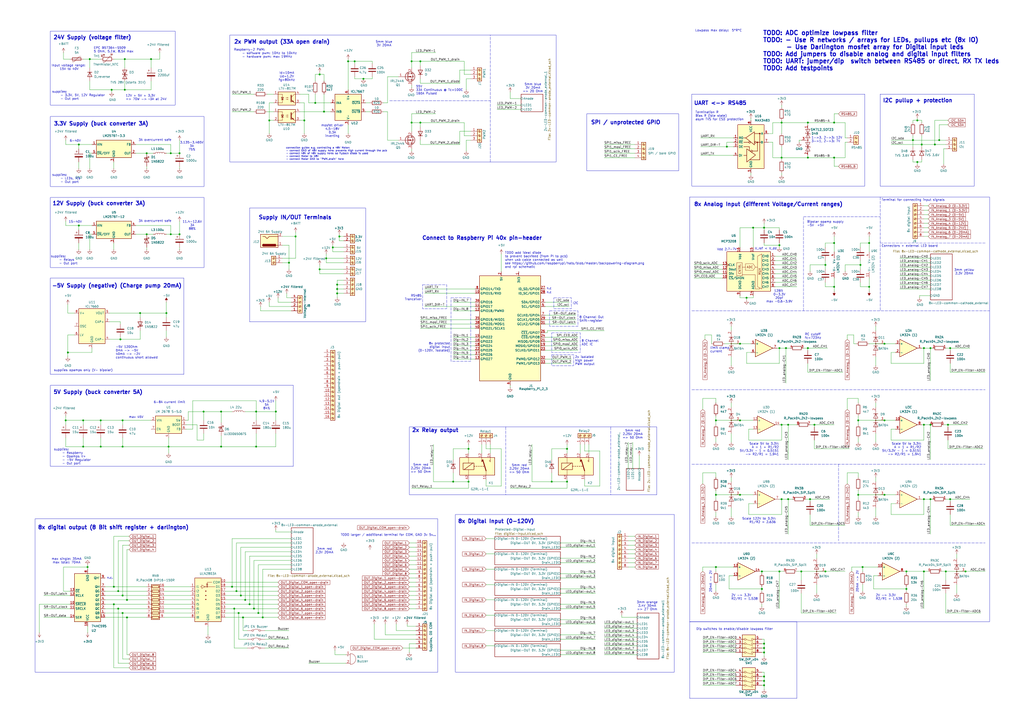
<source format=kicad_sch>
(kicad_sch
	(version 20231120)
	(generator "eeschema")
	(generator_version "8.0")
	(uuid "af4d11a6-73e1-4c39-a25e-5fe7dfa07237")
	(paper "A2")
	
	(junction
		(at 139.7 345.44)
		(diameter 0)
		(color 0 0 0 0)
		(uuid "01a8e618-7e14-4882-9136-a12536116a47")
	)
	(junction
		(at 48.26 259.08)
		(diameter 0)
		(color 0 0 0 0)
		(uuid "04e54955-95ed-4070-adbb-7cee1b2c7a8b")
	)
	(junction
		(at 135.89 353.06)
		(diameter 0)
		(color 0 0 0 0)
		(uuid "05eca1c0-0042-44d8-82a8-b1f48175c33d")
	)
	(junction
		(at 483.87 91.44)
		(diameter 0)
		(color 0 0 0 0)
		(uuid "06f335d7-63de-4572-a20a-022b6c7f93c9")
	)
	(junction
		(at 542.29 83.82)
		(diameter 0)
		(color 0 0 0 0)
		(uuid "072c8fc6-89d0-4715-8ea4-dd9134761f17")
	)
	(junction
		(at 529.59 81.28)
		(diameter 0)
		(color 0 0 0 0)
		(uuid "07823899-5798-4592-8eff-8b1fe5858f30")
	)
	(junction
		(at 210.82 45.72)
		(diameter 0)
		(color 0 0 0 0)
		(uuid "0c7b1ae2-c684-4906-92c2-8dfa0b9613b9")
	)
	(junction
		(at 182.88 59.69)
		(diameter 0)
		(color 0 0 0 0)
		(uuid "0eedc99b-ff42-4961-8286-6066dee5c8fe")
	)
	(junction
		(at 504.19 140.97)
		(diameter 0)
		(color 0 0 0 0)
		(uuid "0f3fa599-affa-44c6-8b85-24ce12db14ea")
	)
	(junction
		(at 66.04 340.36)
		(diameter 0)
		(color 0 0 0 0)
		(uuid "10026633-9ac7-4b72-aa53-10151f42da81")
	)
	(junction
		(at 71.12 243.84)
		(diameter 0)
		(color 0 0 0 0)
		(uuid "105d8991-ac05-4276-b194-5060bc474cf0")
	)
	(junction
		(at 176.53 69.85)
		(diameter 0)
		(color 0 0 0 0)
		(uuid "11580b8b-6675-41d3-b33d-e1ed958eda93")
	)
	(junction
		(at 152.4 358.14)
		(diameter 0)
		(color 0 0 0 0)
		(uuid "119c3b35-4b9f-4318-9220-02559deba15e")
	)
	(junction
		(at 185.42 43.18)
		(diameter 0)
		(color 0 0 0 0)
		(uuid "14ee932b-b4bf-415b-ab21-01e0b930417b")
	)
	(junction
		(at 513.08 243.84)
		(diameter 0)
		(color 0 0 0 0)
		(uuid "14fcd33f-6a27-4b5c-bd8a-16602ae94ce3")
	)
	(junction
		(at 39.37 204.47)
		(diameter 0)
		(color 0 0 0 0)
		(uuid "16107448-b037-4021-a9bb-1fb19d6f36c7")
	)
	(junction
		(at 468.63 71.12)
		(diameter 0)
		(color 0 0 0 0)
		(uuid "1827b75e-5515-4844-a399-117e6918fd73")
	)
	(junction
		(at 532.13 93.98)
		(diameter 0)
		(color 0 0 0 0)
		(uuid "1c476741-4a7f-44e7-a84a-5b0fc50d1df8")
	)
	(junction
		(at 72.39 52.07)
		(diameter 0)
		(color 0 0 0 0)
		(uuid "1ca1e8b3-a925-433d-8b97-4bcdb1b98a40")
	)
	(junction
		(at 483.87 166.37)
		(diameter 0)
		(color 0 0 0 0)
		(uuid "1f83392c-f6f4-4c47-92c7-6541609902a5")
	)
	(junction
		(at 504.19 166.37)
		(diameter 0)
		(color 0 0 0 0)
		(uuid "1ff1815a-ddb0-4907-bed1-18b8fe5665e3")
	)
	(junction
		(at 457.2 246.38)
		(diameter 0)
		(color 0 0 0 0)
		(uuid "209182a8-b4b9-40cd-b5b2-bd90b860e927")
	)
	(junction
		(at 271.78 260.35)
		(diameter 0)
		(color 0 0 0 0)
		(uuid "213f96fc-26d9-4cf1-83bd-f4336ef00b81")
	)
	(junction
		(at 320.04 279.4)
		(diameter 0)
		(color 0 0 0 0)
		(uuid "236f3f4e-76e9-4351-baf1-7665cdb427aa")
	)
	(junction
		(at 144.78 350.52)
		(diameter 0)
		(color 0 0 0 0)
		(uuid "24719f92-8210-4aa7-b4fb-885fcf560860")
	)
	(junction
		(at 128.27 238.76)
		(diameter 0)
		(color 0 0 0 0)
		(uuid "28045595-b22a-4b06-9953-9f52298bbfc3")
	)
	(junction
		(at 238.76 35.56)
		(diameter 0)
		(color 0 0 0 0)
		(uuid "2a544a35-89e9-4403-a76e-deca404b0df4")
	)
	(junction
		(at 453.39 71.12)
		(diameter 0)
		(color 0 0 0 0)
		(uuid "2d47b40e-d23f-458b-8bda-f40f4a63d16c")
	)
	(junction
		(at 457.2 289.56)
		(diameter 0)
		(color 0 0 0 0)
		(uuid "2ec783c1-8b84-46a4-83e0-9e6bdd9d83e1")
	)
	(junction
		(at 415.29 287.02)
		(diameter 0)
		(color 0 0 0 0)
		(uuid "2f3e2706-66a2-4ddc-84d7-d0f87e408bee")
	)
	(junction
		(at 429.26 199.39)
		(diameter 0)
		(color 0 0 0 0)
		(uuid "322a1d28-d972-4b68-a81b-9e541f249074")
	)
	(junction
		(at 52.07 34.29)
		(diameter 0)
		(color 0 0 0 0)
		(uuid "323916cf-5786-4346-bdcd-89c81cb32737")
	)
	(junction
		(at 171.45 137.16)
		(diameter 0)
		(color 0 0 0 0)
		(uuid "36c7ffc8-59d3-497b-8dce-a7b0d2f66aca")
	)
	(junction
		(at 185.42 156.21)
		(diameter 0)
		(color 0 0 0 0)
		(uuid "36d68065-ce7c-4d04-bfc0-73baed985380")
	)
	(junction
		(at 48.26 243.84)
		(diameter 0)
		(color 0 0 0 0)
		(uuid "383ef42e-22d7-43b3-89d3-2af42737728c")
	)
	(junction
		(at 535.94 246.38)
		(diameter 0)
		(color 0 0 0 0)
		(uuid "3ae78f7f-94a6-4485-a6b5-d7ce73e1abef")
	)
	(junction
		(at 513.08 199.39)
		(diameter 0)
		(color 0 0 0 0)
		(uuid "3b4b0fd5-c991-4a1b-b89c-c6b2bfe001ca")
	)
	(junction
		(at 50.8 328.93)
		(diameter 0)
		(color 0 0 0 0)
		(uuid "3c754c5e-b249-46c4-9d05-9f550316aca5")
	)
	(junction
		(at 196.85 137.16)
		(diameter 0)
		(color 0 0 0 0)
		(uuid "4165b357-897a-49f2-9ef7-d976d8e6b00f")
	)
	(junction
		(at 58.42 243.84)
		(diameter 0)
		(color 0 0 0 0)
		(uuid "422bc740-9691-4697-b466-286d91cb40aa")
	)
	(junction
		(at 443.23 132.08)
		(diameter 0)
		(color 0 0 0 0)
		(uuid "42f8f2a2-d4f1-4f85-a7f3-af76fd15f334")
	)
	(junction
		(at 81.28 181.61)
		(diameter 0)
		(color 0 0 0 0)
		(uuid "49b65474-3c4a-461b-8a68-40a6b20540ce")
	)
	(junction
		(at 535.94 201.93)
		(diameter 0)
		(color 0 0 0 0)
		(uuid "4c28afa4-cb18-4457-bfd3-5c53dabd8baa")
	)
	(junction
		(at 66.04 350.52)
		(diameter 0)
		(color 0 0 0 0)
		(uuid "4dd49bce-72c0-4885-aaa1-4fc2ceee5ed9")
	)
	(junction
		(at 433.07 172.72)
		(diameter 0)
		(color 0 0 0 0)
		(uuid "4e57230f-aabe-47d0-b863-f2adc3d1ffe4")
	)
	(junction
		(at 551.18 289.56)
		(diameter 0)
		(color 0 0 0 0)
		(uuid "5350fbf4-d95b-437a-9686-20f0bf58d3a4")
	)
	(junction
		(at 534.67 83.82)
		(diameter 0)
		(color 0 0 0 0)
		(uuid "53d66afe-70cb-456e-9b1b-03e37a30427c")
	)
	(junction
		(at 535.94 289.56)
		(diameter 0)
		(color 0 0 0 0)
		(uuid "5453c15f-3da7-498f-b4d4-eefd4a32800e")
	)
	(junction
		(at 71.12 259.08)
		(diameter 0)
		(color 0 0 0 0)
		(uuid "548e2dfb-04f2-4d21-ab49-d803782e4bea")
	)
	(junction
		(at 478.79 153.67)
		(diameter 0)
		(color 0 0 0 0)
		(uuid "55a82554-799d-4bb3-8181-718182c3900f")
	)
	(junction
		(at 497.84 243.84)
		(diameter 0)
		(color 0 0 0 0)
		(uuid "57a339c8-b411-45ff-a169-a3416d23d890")
	)
	(junction
		(at 328.93 279.4)
		(diameter 0)
		(color 0 0 0 0)
		(uuid "58641e9a-dfea-4a17-a599-d3f20704b922")
	)
	(junction
		(at 104.14 135.89)
		(diameter 0)
		(color 0 0 0 0)
		(uuid "5b0eb3d4-c4be-4d9b-9e7b-ef02c7a05fa6")
	)
	(junction
		(at 535.94 331.47)
		(diameter 0)
		(color 0 0 0 0)
		(uuid "5ebeab69-b597-43d2-ab3a-c72fec21131d")
	)
	(junction
		(at 500.38 328.93)
		(diameter 0)
		(color 0 0 0 0)
		(uuid "5fbe9979-8f7b-4932-9184-a4d03c15d4fe")
	)
	(junction
		(at 472.44 246.38)
		(diameter 0)
		(color 0 0 0 0)
		(uuid "5fd46808-879e-44b8-af18-96d3e87ab16f")
	)
	(junction
		(at 104.14 88.9)
		(diameter 0)
		(color 0 0 0 0)
		(uuid "6030d6cb-547f-4627-bb7a-29b5d50e2d7c")
	)
	(junction
		(at 532.13 69.85)
		(diameter 0)
		(color 0 0 0 0)
		(uuid "60649139-4bdd-472e-9af5-360b27505cfe")
	)
	(junction
		(at 45.72 83.82)
		(diameter 0)
		(color 0 0 0 0)
		(uuid "61300700-7a6f-4cf0-89e3-de24251aaf76")
	)
	(junction
		(at 525.78 331.47)
		(diameter 0)
		(color 0 0 0 0)
		(uuid "67352b46-f9e5-4f25-b773-3d42ff5e5699")
	)
	(junction
		(at 189.23 149.86)
		(diameter 0)
		(color 0 0 0 0)
		(uuid "6cf7d574-f4cc-4d2d-aaa4-333b42743989")
	)
	(junction
		(at 415.29 328.93)
		(diameter 0)
		(color 0 0 0 0)
		(uuid "6e2b59ba-643e-42d5-abe7-fae3afd30e18")
	)
	(junction
		(at 201.93 35.56)
		(diameter 0)
		(color 0 0 0 0)
		(uuid "6f8dae14-e5bb-4ed3-8136-992dd6b276bb")
	)
	(junction
		(at 436.88 132.08)
		(diameter 0)
		(color 0 0 0 0)
		(uuid "71c80c36-cea0-487c-bcb3-ac90e6cf6909")
	)
	(junction
		(at 99.06 135.89)
		(diameter 0)
		(color 0 0 0 0)
		(uuid "72aa6fa5-05f9-4fb4-9b06-f61f0b76719e")
	)
	(junction
		(at 497.84 287.02)
		(diameter 0)
		(color 0 0 0 0)
		(uuid "72cd6455-fb65-4b52-8421-80100f0ddc8f")
	)
	(junction
		(at 68.58 342.9)
		(diameter 0)
		(color 0 0 0 0)
		(uuid "751fb691-f4d4-4afb-8c99-237d44216e6a")
	)
	(junction
		(at 142.24 347.98)
		(diameter 0)
		(color 0 0 0 0)
		(uuid "75331210-328d-4b01-a051-ab734c1e4329")
	)
	(junction
		(at 160.02 238.76)
		(diameter 0)
		(color 0 0 0 0)
		(uuid "75c001cd-17a9-469a-b125-e6fab77c80b6")
	)
	(junction
		(at 452.12 142.24)
		(diameter 0)
		(color 0 0 0 0)
		(uuid "7b6a19d9-d84c-4ace-9ad2-e52657e5669a")
	)
	(junction
		(at 539.75 201.93)
		(diameter 0)
		(color 0 0 0 0)
		(uuid "7c4690e7-c7bf-4226-a178-dc9e53dc51ed")
	)
	(junction
		(at 96.52 181.61)
		(diameter 0)
		(color 0 0 0 0)
		(uuid "7e3134f9-4b48-4e64-b337-949ca5145048")
	)
	(junction
		(at 167.64 152.4)
		(diameter 0)
		(color 0 0 0 0)
		(uuid "7e34b571-ccc5-431c-9beb-4c51058dace2")
	)
	(junction
		(at 441.96 331.47)
		(diameter 0)
		(color 0 0 0 0)
		(uuid "7eee6ae0-e862-4cf5-a20a-077da3b5824a")
	)
	(junction
		(at 468.63 201.93)
		(diameter 0)
		(color 0 0 0 0)
		(uuid "85be4b5b-1dd3-4429-a51f-714f415e4cb3")
	)
	(junction
		(at 513.08 287.02)
		(diameter 0)
		(color 0 0 0 0)
		(uuid "86f80d78-9680-4044-9ea8-382a544e1180")
	)
	(junction
		(at 58.42 259.08)
		(diameter 0)
		(color 0 0 0 0)
		(uuid "8858408f-f194-4c4f-bd3d-5f79bdeb0f2d")
	)
	(junction
		(at 195.58 165.1)
		(diameter 0)
		(color 0 0 0 0)
		(uuid "88c2711e-5b03-40e9-b711-09a368eecd39")
	)
	(junction
		(at 148.59 259.08)
		(diameter 0)
		(color 0 0 0 0)
		(uuid "89ab178e-a455-4ee1-9c37-6616d82dbbfd")
	)
	(junction
		(at 99.06 88.9)
		(diameter 0)
		(color 0 0 0 0)
		(uuid "8a14436b-3658-4869-9928-b6970ddfd0dd")
	)
	(junction
		(at 499.11 153.67)
		(diameter 0)
		(color 0 0 0 0)
		(uuid "8e2b91a7-a806-46dd-8017-558f66a7d5aa")
	)
	(junction
		(at 205.74 35.56)
		(diameter 0)
		(color 0 0 0 0)
		(uuid "900094c6-ad82-42ce-b9e4-bbff1fbd4f7d")
	)
	(junction
		(at 539.75 246.38)
		(diameter 0)
		(color 0 0 0 0)
		(uuid "9857da2e-fa86-4979-a30f-81191067da5a")
	)
	(junction
		(at 443.23 373.38)
		(diameter 0)
		(color 0 0 0 0)
		(uuid "98c11e17-da75-489b-919d-abd5b90d75d6")
	)
	(junction
		(at 443.23 397.51)
		(diameter 0)
		(color 0 0 0 0)
		(uuid "9905ae76-43d5-46fd-ab04-63b3bd0b1c1a")
	)
	(junction
		(at 45.72 130.81)
		(diameter 0)
		(color 0 0 0 0)
		(uuid "9ce26f46-c13d-457f-b7ea-3cb9a3964209")
	)
	(junction
		(at 87.63 34.29)
		(diameter 0)
		(color 0 0 0 0)
		(uuid "9e5cf790-7802-46af-ab1e-37a6016aa652")
	)
	(junction
		(at 525.78 341.63)
		(diameter 0)
		(color 0 0 0 0)
		(uuid "9f9cd4a1-53b7-4b90-939d-1f42f0144daf")
	)
	(junction
		(at 71.12 345.44)
		(diameter 0)
		(color 0 0 0 0)
		(uuid "a02a0c35-7237-4690-930d-ae7d81a03d46")
	)
	(junction
		(at 429.26 287.02)
		(diameter 0)
		(color 0 0 0 0)
		(uuid "a0fb1850-0f46-4c36-b798-547b535c42df")
	)
	(junction
		(at 148.59 238.76)
		(diameter 0)
		(color 0 0 0 0)
		(uuid "a1035066-f2bd-42c1-b35e-660253af95e6")
	)
	(junction
		(at 156.21 69.85)
		(diameter 0)
		(color 0 0 0 0)
		(uuid "a156600e-b17b-40ee-9338-2875dd6af119")
	)
	(junction
		(at 38.1 243.84)
		(diameter 0)
		(color 0 0 0 0)
		(uuid "a1588343-c251-454b-b53e-fff8eaaaa3ac")
	)
	(junction
		(at 443.23 378.46)
		(diameter 0)
		(color 0 0 0 0)
		(uuid "a2aaf358-b70a-40ed-8891-c2b838783341")
	)
	(junction
		(at 421.64 85.09)
		(diameter 0)
		(color 0 0 0 0)
		(uuid "a3b0547d-f7ce-442b-817a-271db96a0661")
	)
	(junction
		(at 539.75 289.56)
		(diameter 0)
		(color 0 0 0 0)
		(uuid "a647ae42-673a-4b30-ba91-f5c0de2d1fb1")
	)
	(junction
		(at 415.29 243.84)
		(diameter 0)
		(color 0 0 0 0)
		(uuid "a8916f2a-3760-4408-a711-e8008e50a42d")
	)
	(junction
		(at 469.9 289.56)
		(diameter 0)
		(color 0 0 0 0)
		(uuid "a8b20a5e-2fbe-4704-8e22-2faf27846df8")
	)
	(junction
		(at 549.91 246.38)
		(diameter 0)
		(color 0 0 0 0)
		(uuid "aad29792-d123-4844-9da8-1df2be24a9d5")
	)
	(junction
		(at 262.89 279.4)
		(diameter 0)
		(color 0 0 0 0)
		(uuid "ac1970be-fc9a-493a-b832-4f526b5d8a6f")
	)
	(junction
		(at 544.83 81.28)
		(diameter 0)
		(color 0 0 0 0)
		(uuid "ac4ac232-9a0f-4efe-bd40-aa7c1fcbaeed")
	)
	(junction
		(at 64.77 52.07)
		(diameter 0)
		(color 0 0 0 0)
		(uuid "aec62089-2d46-4a73-8fe2-9440797f680d")
	)
	(junction
		(at 193.04 143.51)
		(diameter 0)
		(color 0 0 0 0)
		(uuid "afe0a47e-780f-4d3f-922b-cf183727c03c")
	)
	(junction
		(at 140.97 358.14)
		(diameter 0)
		(color 0 0 0 0)
		(uuid "b03b65c9-d63a-4b4e-b4bc-bfd5bb85047b")
	)
	(junction
		(at 128.27 259.08)
		(diameter 0)
		(color 0 0 0 0)
		(uuid "b129a554-6918-436f-b908-937c28939470")
	)
	(junction
		(at 137.16 342.9)
		(diameter 0)
		(color 0 0 0 0)
		(uuid "b2e04b3a-0203-4e9b-b5fb-44711c9651f5")
	)
	(junction
		(at 195.58 167.64)
		(diameter 0)
		(color 0 0 0 0)
		(uuid "b2e8f750-2b92-45ce-8a68-634998755450")
	)
	(junction
		(at 85.09 135.89)
		(diameter 0)
		(color 0 0 0 0)
		(uuid "b75be159-2e10-4f46-b206-2354b78b9157")
	)
	(junction
		(at 483.87 71.12)
		(diameter 0)
		(color 0 0 0 0)
		(uuid "b75f83a7-ff43-422c-8aef-b23c65dc9f58")
	)
	(junction
		(at 429.26 243.84)
		(diameter 0)
		(color 0 0 0 0)
		(uuid "b8cbbf2c-6947-4c47-a76a-df98369a49e2")
	)
	(junction
		(at 441.96 341.63)
		(diameter 0)
		(color 0 0 0 0)
		(uuid "bc0e8895-a168-4b32-a3ae-032222041331")
	)
	(junction
		(at 85.09 88.9)
		(diameter 0)
		(color 0 0 0 0)
		(uuid "bcb07714-ac5e-4281-b3c3-552386782e56")
	)
	(junction
		(at 328.93 260.35)
		(diameter 0)
		(color 0 0 0 0)
		(uuid "c25e2208-2d4a-4a5d-b1b6-520bc7405c20")
	)
	(junction
		(at 71.12 355.6)
		(diameter 0)
		(color 0 0 0 0)
		(uuid "c2a7d60c-8406-4629-9f9f-20facc991908")
	)
	(junction
		(at 238.76 71.12)
		(diameter 0)
		(color 0 0 0 0)
		(uuid "c583ebaa-dbb1-42bf-9503-cd46d9d9c934")
	)
	(junction
		(at 464.82 331.47)
		(diameter 0)
		(color 0 0 0 0)
		(uuid "c6fd9455-a40f-495c-b522-dad68ccccb40")
	)
	(junction
		(at 68.58 353.06)
		(diameter 0)
		(color 0 0 0 0)
		(uuid "c7252f51-5593-44ea-9ef0-15644cb2b836")
	)
	(junction
		(at 478.79 331.47)
		(diameter 0)
		(color 0 0 0 0)
		(uuid "c7d2abe6-56ee-45d0-91ba-2bdad49697be")
	)
	(junction
		(at 551.18 201.93)
		(diameter 0)
		(color 0 0 0 0)
		(uuid "c9a1a788-271b-4313-91ac-1eb41a1be2d1")
	)
	(junction
		(at 73.66 347.98)
		(diameter 0)
		(color 0 0 0 0)
		(uuid "ca97fd06-a20b-4255-9402-c6f0775648c9")
	)
	(junction
		(at 560.07 331.47)
		(diameter 0)
		(color 0 0 0 0)
		(uuid "cb011434-a4b0-4556-a812-d331c49ca2c1")
	)
	(junction
		(at 149.86 355.6)
		(diameter 0)
		(color 0 0 0 0)
		(uuid "cdb7cae5-fc07-4bbc-8ee6-837fb3913bf1")
	)
	(junction
		(at 452.12 331.47)
		(diameter 0)
		(color 0 0 0 0)
		(uuid "d3002e4b-d3e1-40cc-9b8a-5d2c7334c6dd")
	)
	(junction
		(at 443.23 394.97)
		(diameter 0)
		(color 0 0 0 0)
		(uuid "d3c25f2f-519c-4e8a-bf2d-451e91de8263")
	
... [544338 chars truncated]
</source>
